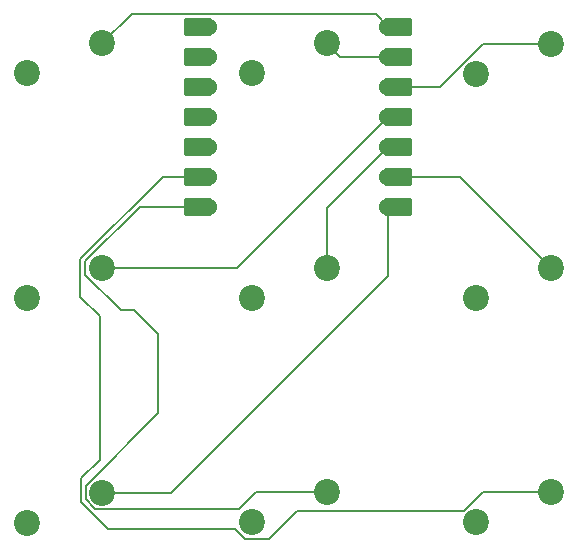
<source format=gbr>
%TF.GenerationSoftware,KiCad,Pcbnew,8.0.5*%
%TF.CreationDate,2024-10-21T01:13:13-05:00*%
%TF.ProjectId,macropad,6d616372-6f70-4616-942e-6b696361645f,rev?*%
%TF.SameCoordinates,Original*%
%TF.FileFunction,Copper,L2,Bot*%
%TF.FilePolarity,Positive*%
%FSLAX46Y46*%
G04 Gerber Fmt 4.6, Leading zero omitted, Abs format (unit mm)*
G04 Created by KiCad (PCBNEW 8.0.5) date 2024-10-21 01:13:13*
%MOMM*%
%LPD*%
G01*
G04 APERTURE LIST*
G04 Aperture macros list*
%AMRoundRect*
0 Rectangle with rounded corners*
0 $1 Rounding radius*
0 $2 $3 $4 $5 $6 $7 $8 $9 X,Y pos of 4 corners*
0 Add a 4 corners polygon primitive as box body*
4,1,4,$2,$3,$4,$5,$6,$7,$8,$9,$2,$3,0*
0 Add four circle primitives for the rounded corners*
1,1,$1+$1,$2,$3*
1,1,$1+$1,$4,$5*
1,1,$1+$1,$6,$7*
1,1,$1+$1,$8,$9*
0 Add four rect primitives between the rounded corners*
20,1,$1+$1,$2,$3,$4,$5,0*
20,1,$1+$1,$4,$5,$6,$7,0*
20,1,$1+$1,$6,$7,$8,$9,0*
20,1,$1+$1,$8,$9,$2,$3,0*%
G04 Aperture macros list end*
%TA.AperFunction,ComponentPad*%
%ADD10C,2.200000*%
%TD*%
%TA.AperFunction,SMDPad,CuDef*%
%ADD11RoundRect,0.152400X-1.063600X-0.609600X1.063600X-0.609600X1.063600X0.609600X-1.063600X0.609600X0*%
%TD*%
%TA.AperFunction,ComponentPad*%
%ADD12C,1.524000*%
%TD*%
%TA.AperFunction,SMDPad,CuDef*%
%ADD13RoundRect,0.152400X1.063600X0.609600X-1.063600X0.609600X-1.063600X-0.609600X1.063600X-0.609600X0*%
%TD*%
%TA.AperFunction,Conductor*%
%ADD14C,0.200000*%
%TD*%
G04 APERTURE END LIST*
D10*
%TO.P,SW8,1,1*%
%TO.N,Net-(U1-PB09_A7_D7_RX)*%
X138540000Y-92420000D03*
%TO.P,SW8,2,2*%
%TO.N,GND*%
X132190000Y-94960000D03*
%TD*%
%TO.P,SW3,1,1*%
%TO.N,Net-(U1-PA10_A2_D2)*%
X157540000Y-54460000D03*
%TO.P,SW3,2,2*%
%TO.N,GND*%
X151190000Y-57000000D03*
%TD*%
%TO.P,SW4,1,1*%
%TO.N,Net-(U1-PA11_A3_D3)*%
X119500000Y-73420000D03*
%TO.P,SW4,2,2*%
%TO.N,GND*%
X113150000Y-75960000D03*
%TD*%
%TO.P,SW2,1,1*%
%TO.N,Net-(U1-PA4_A1_D1)*%
X138540000Y-54420000D03*
%TO.P,SW2,2,2*%
%TO.N,GND*%
X132190000Y-56960000D03*
%TD*%
%TO.P,SW1,1,1*%
%TO.N,Net-(U1-PA02_A0_D0)*%
X119540000Y-54420000D03*
%TO.P,SW1,2,2*%
%TO.N,GND*%
X113190000Y-56960000D03*
%TD*%
%TO.P,SW5,1,1*%
%TO.N,Net-(U1-PA8_A4_D4_SDA)*%
X138540000Y-73420000D03*
%TO.P,SW5,2,2*%
%TO.N,GND*%
X132190000Y-75960000D03*
%TD*%
%TO.P,SW7,1,1*%
%TO.N,Net-(U1-PB08_A6_D6_TX)*%
X119540000Y-92460000D03*
%TO.P,SW7,2,2*%
%TO.N,GND*%
X113190000Y-95000000D03*
%TD*%
%TO.P,SW9,1,1*%
%TO.N,Net-(U1-PA7_A8_D8_SCK)*%
X157540000Y-92420000D03*
%TO.P,SW9,2,2*%
%TO.N,GND*%
X151190000Y-94960000D03*
%TD*%
%TO.P,SW6,1,1*%
%TO.N,Net-(U1-PA9_A5_D5_SCL)*%
X157540000Y-73420000D03*
%TO.P,SW6,2,2*%
%TO.N,GND*%
X151190000Y-75960000D03*
%TD*%
D11*
%TO.P,U1,1,PA02_A0_D0*%
%TO.N,Net-(U1-PA02_A0_D0)*%
X144575000Y-53000000D03*
D12*
X143740000Y-53000000D03*
D11*
%TO.P,U1,2,PA4_A1_D1*%
%TO.N,Net-(U1-PA4_A1_D1)*%
X144575000Y-55540000D03*
D12*
X143740000Y-55540000D03*
D11*
%TO.P,U1,3,PA10_A2_D2*%
%TO.N,Net-(U1-PA10_A2_D2)*%
X144575000Y-58080000D03*
D12*
X143740000Y-58080000D03*
D11*
%TO.P,U1,4,PA11_A3_D3*%
%TO.N,Net-(U1-PA11_A3_D3)*%
X144575000Y-60620000D03*
D12*
X143740000Y-60620000D03*
D11*
%TO.P,U1,5,PA8_A4_D4_SDA*%
%TO.N,Net-(U1-PA8_A4_D4_SDA)*%
X144575000Y-63160000D03*
D12*
X143740000Y-63160000D03*
D11*
%TO.P,U1,6,PA9_A5_D5_SCL*%
%TO.N,Net-(U1-PA9_A5_D5_SCL)*%
X144575000Y-65700000D03*
D12*
X143740000Y-65700000D03*
D11*
%TO.P,U1,7,PB08_A6_D6_TX*%
%TO.N,Net-(U1-PB08_A6_D6_TX)*%
X144575000Y-68240000D03*
D12*
X143740000Y-68240000D03*
%TO.P,U1,8,PB09_A7_D7_RX*%
%TO.N,Net-(U1-PB09_A7_D7_RX)*%
X128500000Y-68240000D03*
D13*
X127665000Y-68240000D03*
D12*
%TO.P,U1,9,PA7_A8_D8_SCK*%
%TO.N,Net-(U1-PA7_A8_D8_SCK)*%
X128500000Y-65700000D03*
D13*
X127665000Y-65700000D03*
D12*
%TO.P,U1,10,PA5_A9_D9_MISO*%
%TO.N,unconnected-(U1-PA5_A9_D9_MISO-Pad10)*%
X128500000Y-63160000D03*
D13*
X127665000Y-63160000D03*
D12*
%TO.P,U1,11,PA6_A10_D10_MOSI*%
%TO.N,unconnected-(U1-PA6_A10_D10_MOSI-Pad11)*%
X128500000Y-60620000D03*
D13*
X127665000Y-60620000D03*
D12*
%TO.P,U1,12,3V3*%
%TO.N,unconnected-(U1-3V3-Pad12)*%
X128500000Y-58080000D03*
D13*
X127665000Y-58080000D03*
D12*
%TO.P,U1,13,GND*%
%TO.N,GND*%
X128500000Y-55540000D03*
D13*
X127665000Y-55540000D03*
D12*
%TO.P,U1,14,5V*%
%TO.N,unconnected-(U1-5V-Pad14)*%
X128500000Y-53000000D03*
D13*
X127665000Y-53000000D03*
%TD*%
D14*
%TO.N,Net-(U1-PA02_A0_D0)*%
X143740000Y-53000000D02*
X142678000Y-51938000D01*
X122022000Y-51938000D02*
X119540000Y-54420000D01*
X142678000Y-51938000D02*
X122022000Y-51938000D01*
%TO.N,Net-(U1-PA4_A1_D1)*%
X143740000Y-55540000D02*
X139660000Y-55540000D01*
X139660000Y-55540000D02*
X138540000Y-54420000D01*
%TO.N,Net-(U1-PA10_A2_D2)*%
X148130101Y-58080000D02*
X151750101Y-54460000D01*
X143740000Y-58080000D02*
X148130101Y-58080000D01*
X151750101Y-54460000D02*
X157540000Y-54460000D01*
%TO.N,Net-(U1-PA11_A3_D3)*%
X130940000Y-73420000D02*
X119500000Y-73420000D01*
X143740000Y-60620000D02*
X130940000Y-73420000D01*
%TO.N,Net-(U1-PA8_A4_D4_SDA)*%
X138540000Y-68360000D02*
X138540000Y-73420000D01*
X143740000Y-63160000D02*
X138540000Y-68360000D01*
%TO.N,Net-(U1-PA9_A5_D5_SCL)*%
X149820000Y-65700000D02*
X157540000Y-73420000D01*
X143740000Y-65700000D02*
X149820000Y-65700000D01*
%TO.N,Net-(U1-PB08_A6_D6_TX)*%
X125363402Y-92460000D02*
X119540000Y-92460000D01*
X143740000Y-68240000D02*
X143740000Y-74083402D01*
X143740000Y-74083402D02*
X125363402Y-92460000D01*
%TO.N,Net-(U1-PB09_A7_D7_RX)*%
X131140000Y-93860000D02*
X132580000Y-92420000D01*
X121100101Y-77000000D02*
X122237056Y-77000000D01*
X118140000Y-93039899D02*
X118960101Y-93860000D01*
X122237056Y-77000000D02*
X124257157Y-79020101D01*
X124257157Y-85762944D02*
X118140000Y-91880101D01*
X118100000Y-73999899D02*
X121100101Y-77000000D01*
X118100000Y-72840101D02*
X118100000Y-73999899D01*
X118960101Y-93860000D02*
X131140000Y-93860000D01*
X128500000Y-68240000D02*
X122700101Y-68240000D01*
X124257157Y-79020101D02*
X124257157Y-85762944D01*
X118140000Y-91880101D02*
X118140000Y-93039899D01*
X122700101Y-68240000D02*
X118100000Y-72840101D01*
X132580000Y-92420000D02*
X138540000Y-92420000D01*
%TO.N,Net-(U1-PA7_A8_D8_SCK)*%
X124674415Y-65700000D02*
X117700000Y-72674415D01*
X133640000Y-96360000D02*
X136000000Y-94000000D01*
X119310000Y-89690000D02*
X117740000Y-91260000D01*
X150170101Y-94000000D02*
X151750101Y-92420000D01*
X120039899Y-95539899D02*
X130790000Y-95539899D01*
X117700000Y-75916598D02*
X119310000Y-77526598D01*
X117740000Y-91260000D02*
X117740000Y-93240000D01*
X151750101Y-92420000D02*
X157540000Y-92420000D01*
X119310000Y-77526598D02*
X119310000Y-89690000D01*
X117700000Y-72674415D02*
X117700000Y-75916598D01*
X136000000Y-94000000D02*
X150170101Y-94000000D01*
X130790000Y-95539899D02*
X131610101Y-96360000D01*
X131610101Y-96360000D02*
X133640000Y-96360000D01*
X127665000Y-65700000D02*
X124674415Y-65700000D01*
X117740000Y-93240000D02*
X120039899Y-95539899D01*
%TD*%
M02*

</source>
